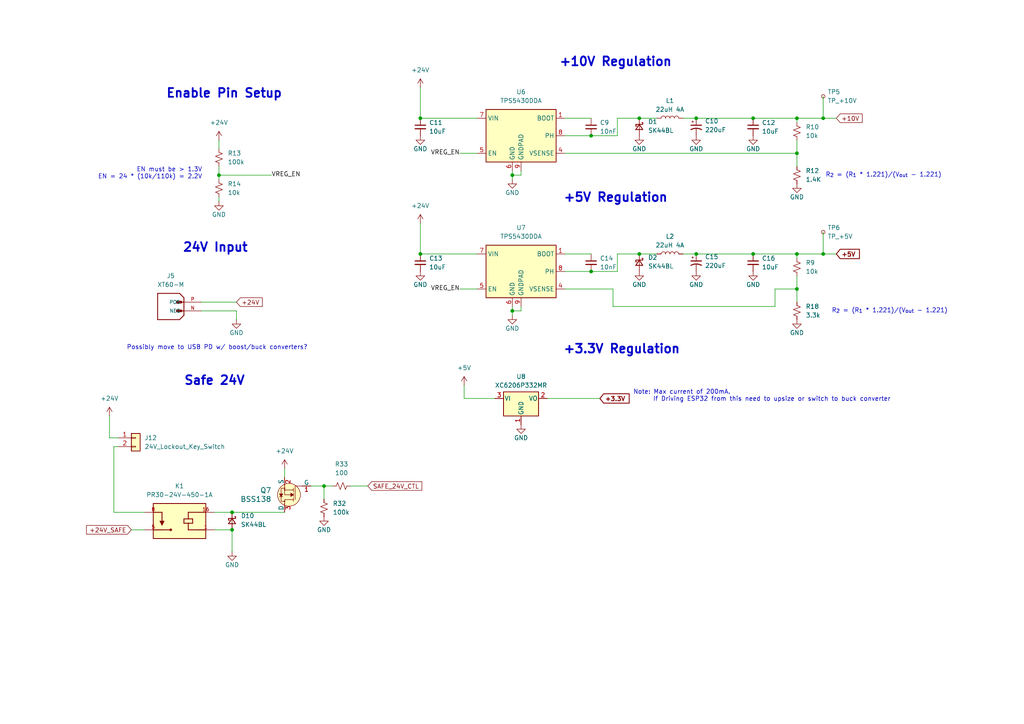
<source format=kicad_sch>
(kicad_sch (version 20250114) (generator "eeschema") (generator_version "9.0")
  (paper "A4")
  (title_block (title "Power Distribution") (rev "0.1.0") (company "Queen's Rocket Engineering Team"))
  (lib_symbols
    (symbol "Connector:TestPoint_Small" (pin_numbers (hide yes)) (pin_names (offset 0.762) (hide yes))
      (property "Reference" "TP" (at 0 3.81 0))
      (property "Value" "TestPoint_Small" (at 0 2.032 0))
      (symbol "TestPoint_Small_0_1"
        (circle (center 0 0) (radius 0.508))
      )
      (symbol "TestPoint_Small_1_1"
        (pin passive line (at 0 0 90) (length 0) (name "1") (number "1"))
      )
    )
    (symbol "Connector_Generic:Conn_01x02" (pin_names (offset 1.016) (hide yes))
      (property "Reference" "J" (at 0 2.54 0))
      (property "Value" "Conn_01x02" (at 0 -5.08 0))
      (symbol "Conn_01x02_1_1"
        (rectangle (start -1.27 1.27) (end 1.27 -3.81) (stroke (width 0.254)) (fill (type background)))
        (rectangle (start -1.27 0.127) (end 0 -0.127) (stroke (width 0.1524)))
        (rectangle (start -1.27 -2.413) (end 0 -2.667) (stroke (width 0.1524)))
        (pin passive line (at -5.08 0 0) (length 3.81) (name "Pin_1") (number "1"))
        (pin passive line (at -5.08 -2.54 0) (length 3.81) (name "Pin_2") (number "2"))
      )
    )
    (symbol "Device:C_Polarized_Small_US" (pin_numbers (hide yes)) (pin_names (offset 0.254) (hide yes))
      (property "Reference" "C" (at 0.254 1.778 0))
      (property "Value" "C_Polarized_Small_US" (at 0.254 -2.032 0))
      (symbol "C_Polarized_Small_US_0_1"
        (polyline (pts (xy -1.524 0.508) (xy 1.524 0.508)) (stroke (width 0.3048)))
        (polyline (pts (xy -1.27 1.524) (xy -0.762 1.524)))
        (polyline (pts (xy -1.016 1.27) (xy -1.016 1.778)))
        (arc (start -1.524 -0.762) (mid 0 -0.3734) (end 1.524 -0.762) (stroke (width 0.3048)))
      )
      (symbol "C_Polarized_Small_US_1_1"
        (pin passive line (at 0 2.54 270) (length 2.032) (name "~") (number "1"))
        (pin passive line (at 0 -2.54 90) (length 2.032) (name "~") (number "2"))
      )
    )
    (symbol "Device:C_Small" (pin_numbers (hide yes)) (pin_names (offset 0.254) (hide yes))
      (property "Reference" "C" (at 0.254 1.778 0))
      (property "Value" "C_Small" (at 0.254 -2.032 0))
      (symbol "C_Small_0_1"
        (polyline (pts (xy -1.524 0.508) (xy 1.524 0.508)) (stroke (width 0.3048)))
        (polyline (pts (xy -1.524 -0.508) (xy 1.524 -0.508)) (stroke (width 0.3302)))
      )
      (symbol "C_Small_1_1"
        (pin passive line (at 0 2.54 270) (length 2.032) (name "~") (number "1"))
        (pin passive line (at 0 -2.54 90) (length 2.032) (name "~") (number "2"))
      )
    )
    (symbol "Device:D_Schottky_Small" (pin_numbers (hide yes)) (pin_names (offset 0.254) (hide yes))
      (property "Reference" "D" (at -1.27 2.032 0))
      (property "Value" "D_Schottky_Small" (at -7.112 -2.032 0))
      (symbol "D_Schottky_Small_0_1"
        (polyline (pts (xy -1.27 0.762) (xy -1.27 1.016) (xy -0.762 1.016) (xy -0.762 -1.016) (xy -0.254 -1.016) (xy -0.254 -0.762)) (stroke (width 0.254)))
        (polyline (pts (xy -0.762 0) (xy 0.762 0)))
        (polyline (pts (xy 0.762 -1.016) (xy -0.762 0) (xy 0.762 1.016) (xy 0.762 -1.016)) (stroke (width 0.254)))
      )
      (symbol "D_Schottky_Small_1_1"
        (pin passive line (at -2.54 0 0) (length 1.778) (name "K") (number "1"))
        (pin passive line (at 2.54 0 180) (length 1.778) (name "A") (number "2"))
      )
    )
    (symbol "Device:L" (pin_numbers (hide yes)) (pin_names (offset 1.016) (hide yes))
      (property "Reference" "L" (at -1.27 0 90))
      (property "Value" "L" (at 1.905 0 90))
      (symbol "L_0_1"
        (arc (start 0 2.54) (mid 0.6323 1.905) (end 0 1.27))
        (arc (start 0 1.27) (mid 0.6323 0.635) (end 0 0))
        (arc (start 0 0) (mid 0.6323 -0.635) (end 0 -1.27))
        (arc (start 0 -1.27) (mid 0.6323 -1.905) (end 0 -2.54))
      )
      (symbol "L_1_1"
        (pin passive line (at 0 3.81 270) (length 1.27) (name "1") (number "1"))
        (pin passive line (at 0 -3.81 90) (length 1.27) (name "2") (number "2"))
      )
    )
    (symbol "Device:R_Small_US" (pin_numbers (hide yes)) (pin_names (offset 0.254) (hide yes))
      (property "Reference" "R" (at 0.762 0.508 0))
      (property "Value" "R_Small_US" (at 0.762 -1.016 0))
      (symbol "R_Small_US_1_1"
        (polyline (pts (xy 0 1.524) (xy 1.016 1.143) (xy 0 0.762) (xy -1.016 0.381) (xy 0 0)))
        (polyline (pts (xy 0 0) (xy 1.016 -0.381) (xy 0 -0.762) (xy -1.016 -1.143) (xy 0 -1.524)))
        (pin passive line (at 0 2.54 270) (length 1.016) (name "~") (number "1"))
        (pin passive line (at 0 -2.54 90) (length 1.016) (name "~") (number "2"))
      )
    )
    (symbol "PR30-24V-450-1A:PR30-24V-450-1A" (pin_names (offset 1.016))
      (property "Reference" "K" (at -7.62 6.35 0))
      (property "Value" "PR30-24V-450-1A" (at -7.62 -7.62 0))
      (symbol "PR30-24V-450-1A_0_0"
        (polyline (pts (xy -7.62 2.54) (xy -2.54 2.54)) (stroke (width 0.254)))
        (polyline (pts (xy -7.62 -2.54) (xy -2.54 -2.54)) (stroke (width 0.254)))
        (rectangle (start -7.62 -5.08) (end 7.62 5.08) (stroke (width 0.254)) (fill (type background)))
        (polyline (pts (xy -3.81 0.635) (xy -2.54 0.635)) (stroke (width 0.254)))
        (polyline (pts (xy -3.81 -0.635) (xy -3.81 0.635)) (stroke (width 0.254)))
        (polyline (pts (xy -2.54 2.54) (xy -2.54 0.635)) (stroke (width 0.254)))
        (polyline (pts (xy -2.54 0.635) (xy -1.27 0.635)) (stroke (width 0.254)))
        (polyline (pts (xy -2.54 -0.635) (xy -3.81 -0.635)) (stroke (width 0.254)))
        (polyline (pts (xy -2.54 -0.635) (xy -2.54 -2.54)) (stroke (width 0.254)))
        (polyline (pts (xy -1.27 0.635) (xy -1.27 -0.635)) (stroke (width 0.254)))
        (polyline (pts (xy -1.27 -0.635) (xy -2.54 -0.635)) (stroke (width 0.254)))
        (circle (center 2.54 2.54) (radius 0.254) (stroke (width 0.254)))
        (polyline (pts (xy 4.445 0) (xy 5.715 0) (xy 5.08 1.27) (xy 4.445 0)) (stroke (width 0.1524)) (fill (type outline)))
        (polyline (pts (xy 5.08 -2.54) (xy 5.08 0)) (stroke (width 0.254)))
        (polyline (pts (xy 7.62 2.54) (xy 2.54 2.54)) (stroke (width 0.254)))
        (polyline (pts (xy 7.62 -2.54) (xy 5.08 -2.54)) (stroke (width 0.254)))
        (pin passive line (at -10.16 2.54 0) (length 5.08) (name "~") (number "1"))
        (pin passive line (at -10.16 -2.54 0) (length 5.08) (name "~") (number "16"))
        (pin passive line (at 10.16 2.54 180) (length 5.08) (name "~") (number "5"))
        (pin passive line (at 10.16 -2.54 180) (length 5.08) (name "~") (number "8"))
      )
    )
    (symbol "Regulator_Linear:XC6206PxxxMR" (pin_names (offset 0.254))
      (property "Reference" "U" (at -3.81 3.175 0))
      (property "Value" "XC6206PxxxMR" (at 0 3.175 0))
      (symbol "XC6206PxxxMR_0_1"
        (rectangle (start -5.08 1.905) (end 5.08 -5.08) (stroke (width 0.254)) (fill (type background)))
      )
      (symbol "XC6206PxxxMR_1_1"
        (pin power_in line (at -7.62 0 0) (length 2.54) (name "VI") (number "3"))
        (pin power_in line (at 0 -7.62 90) (length 2.54) (name "GND") (number "1"))
        (pin power_out line (at 7.62 0 180) (length 2.54) (name "VO") (number "2"))
      )
    )
    (symbol "Regulator_Switching:TPS5430DDA"
      (property "Reference" "U" (at -10.16 8.89 0))
      (property "Value" "TPS5430DDA" (at -1.27 8.89 0))
      (symbol "TPS5430DDA_0_1"
        (rectangle (start -10.16 7.62) (end 10.16 -7.62) (stroke (width 0.254)) (fill (type background)))
      )
      (symbol "TPS5430DDA_1_1"
        (pin power_in line (at -12.7 5.08 0) (length 2.54) (name "VIN") (number "7"))
        (pin input line (at -12.7 -5.08 0) (length 2.54) (name "EN") (number "5"))
        (pin no_connect line (at -10.16 2.54 0) (length 2.54) (hide yes) (name "NC") (number "2"))
        (pin no_connect line (at -10.16 -2.54 0) (length 2.54) (hide yes) (name "NC") (number "3"))
        (pin power_in line (at -2.54 -10.16 90) (length 2.54) (name "GND") (number "6"))
        (pin power_in line (at 0 -10.16 90) (length 2.54) (name "GNDPAD") (number "9"))
        (pin input line (at 12.7 5.08 180) (length 2.54) (name "BOOT") (number "1"))
        (pin output line (at 12.7 0 180) (length 2.54) (name "PH") (number "8"))
        (pin input line (at 12.7 -5.08 180) (length 2.54) (name "VSENSE") (number "4"))
      )
    )
    (symbol "XT60-M:XT60-M" (pin_names (offset 1.016))
      (property "Reference" "J" (at 0 6.35 0))
      (property "Value" "XT60-M" (at 0 -5.08 0))
      (symbol "XT60-M_0_0"
        (polyline (pts (xy 0 3.81) (xy 0 2.54)) (stroke (width 0.254)))
        (polyline (pts (xy 0 3.81) (xy 1.27 5.08)) (stroke (width 0.254)))
        (polyline (pts (xy 0 2.54) (xy 0 -1.27)) (stroke (width 0.254)))
        (polyline (pts (xy 0 2.54) (xy 1.905 2.54)) (stroke (width 0.254)))
        (polyline (pts (xy 0 0) (xy 1.905 0)) (stroke (width 0.254)))
        (polyline (pts (xy 0 -1.27) (xy 1.27 -2.54)) (stroke (width 0.254)))
        (rectangle (start 0.635 2.2225) (end 2.2225 2.8575) (stroke (width 0.1)) (fill (type outline)))
        (rectangle (start 0.635 -0.3175) (end 2.2225 0.3175) (stroke (width 0.1)) (fill (type outline)))
        (polyline (pts (xy 1.27 -2.54) (xy 7.62 -2.54)) (stroke (width 0.254)))
        (polyline (pts (xy 7.62 5.08) (xy 1.27 5.08)) (stroke (width 0.254)))
        (polyline (pts (xy 7.62 -2.54) (xy 7.62 5.08)) (stroke (width 0.254)))
        (pin passive line (at -5.08 2.54 0) (length 5.08) (name "POS") (number "P"))
        (pin passive line (at -5.08 0 0) (length 5.08) (name "NEG") (number "N"))
      )
    )
    (symbol "dk_Transistors-FETs-MOSFETs-Single:BSS138" (pin_names (offset 0))
      (property "Reference" "Q" (at -2.6924 3.6322 0))
      (property "Value" "BSS138" (at 3.4544 0 90))
      (symbol "BSS138_0_1"
        (polyline (pts (xy -5.08 -2.54) (xy -3.048 -2.54) (xy -3.048 1.397)))
        (circle (center -1.27 0) (radius 3.302) (fill (type background)))
        (polyline (pts (xy -0.127 -1.905) (xy 1.016 -1.905) (xy 1.016 1.397) (xy 1.016 1.905) (xy -0.127 1.905)))
        (polyline (pts (xy 0 2.54) (xy 0 1.397) (xy -2.54 1.397)))
        (circle (center 0 1.905) (radius 0.127))
        (polyline (pts (xy 0 -1.397) (xy -2.54 -1.397)))
        (circle (center 0 -1.397) (radius 0.127))
        (circle (center 0 -1.905) (radius 0.127))
        (polyline (pts (xy 0 -2.54) (xy 0 0) (xy -2.54 0)))
      )
      (symbol "BSS138_1_1"
        (polyline (pts (xy -2.54 1.905) (xy -2.54 0.889)))
        (polyline (pts (xy -2.54 0) (xy -2.54 0.508)))
        (polyline (pts (xy -2.54 0) (xy -2.54 -0.508)))
        (polyline (pts (xy -2.54 0) (xy -1.778 0.508) (xy -1.778 -0.508) (xy -2.54 0)) (fill (type outline)))
        (polyline (pts (xy -2.54 -1.397) (xy -2.54 -0.889)))
        (polyline (pts (xy -2.54 -1.397) (xy -2.54 -1.905)))
        (polyline (pts (xy 1.016 0.508) (xy 0.508 -0.254) (xy 1.524 -0.254) (xy 1.016 0.508)) (fill (type outline)))
        (polyline (pts (xy 1.524 0.508) (xy 0.508 0.508)))
        (pin bidirectional line (at -7.62 -2.54 0) (length 2.54) (name "G") (number "1"))
        (pin bidirectional line (at 0 5.08 270) (length 2.54) (name "D") (number "3"))
        (pin bidirectional line (at 0 -5.08 90) (length 2.54) (name "S") (number "2"))
      )
    )
    (symbol "power:+24V" (power) (pin_numbers (hide yes)) (pin_names (offset 0) (hide yes))
      (property "Value" "+24V" (at 0 3.556 0))
      (symbol "+24V_0_1"
        (polyline (pts (xy -0.762 1.27) (xy 0 2.54)))
        (polyline (pts (xy 0 2.54) (xy 0.762 1.27)))
        (polyline (pts (xy 0 0) (xy 0 2.54)))
      )
      (symbol "+24V_1_1"
        (pin power_in line (at 0 0 90) (length 0) (name "~") (number "1"))
      )
    )
    (symbol "power:+5V" (power) (pin_numbers (hide yes)) (pin_names (offset 0) (hide yes))
      (property "Value" "+5V" (at 0 3.556 0))
      (symbol "+5V_0_1"
        (polyline (pts (xy -0.762 1.27) (xy 0 2.54)))
        (polyline (pts (xy 0 2.54) (xy 0.762 1.27)))
        (polyline (pts (xy 0 0) (xy 0 2.54)))
      )
      (symbol "+5V_1_1"
        (pin power_in line (at 0 0 90) (length 0) (name "~") (number "1"))
      )
    )
    (symbol "power:GND" (power) (pin_numbers (hide yes)) (pin_names (offset 0) (hide yes))
      (property "Value" "GND" (at 0 -3.81 0))
      (symbol "GND_0_1"
        (polyline (pts (xy 0 0) (xy 0 -1.27) (xy 1.27 -1.27) (xy 0 -2.54) (xy -1.27 -1.27) (xy 0 -1.27)))
      )
      (symbol "GND_1_1"
        (pin power_in line (at 0 0 270) (length 0) (name "~") (number "1"))
      )
    )
  )
  (text "EN must be > 1.3V\nEN = 24 * (10k/110k) = 2.2V" (at 58.674 50.292 0) (effects (font (size 1.27 1.27)) (justify right)))
  (text "Possibly move to USB PD w/ boost/buck converters?" (at 62.992 100.838 0) (effects (font (size 1.27 1.27))))
  (text "+5V Regulation" (at 178.562 57.404 0) (effects (font (size 2.54 2.54) (thickness 0.508) (bold yes))))
  (text "R_{2} = (R_{1} * 1.221)/(V_{out} - 1.221)" (at 258.064 90.17 0) (effects (font (size 1.27 1.27))))
  (text "Note: Max current of 200mA.\n	 If Driving ESP32 from this need to upsize or switch to buck converter" (at 183.642 114.808 0) (effects (font (size 1.27 1.27) (thickness 0.1588)) (justify left)))
  (text "+3.3V Regulation" (at 180.34 101.346 0) (effects (font (size 2.54 2.54) (thickness 0.508) (bold yes))))
  (text "Enable Pin Setup" (at 65.024 27.178 0) (effects (font (size 2.54 2.54) (thickness 0.508) (bold yes))))
  (text "24V Input" (at 62.484 71.882 0) (effects (font (size 2.54 2.54) (thickness 0.508) (bold yes))))
  (text "+10V Regulation" (at 178.562 18.034 0) (effects (font (size 2.54 2.54) (thickness 0.508) (bold yes))))
  (text "R_{2} = (R_{1} * 1.221)/(V_{out} - 1.221)" (at 256.286 50.8 0) (effects (font (size 1.27 1.27))))
  (text "Safe 24V" (at 62.23 110.49 0) (effects (font (size 2.54 2.54) (thickness 0.508) (bold yes))))
  (junction (at 201.93 73.66))
  (junction (at 231.14 73.66))
  (junction (at 67.31 148.59))
  (junction (at 171.45 39.37))
  (junction (at 93.98 140.97))
  (junction (at 218.44 73.66))
  (junction (at 218.44 34.29))
  (junction (at 238.76 73.66))
  (junction (at 185.42 73.66))
  (junction (at 148.59 50.8))
  (junction (at 121.92 73.66))
  (junction (at 185.42 34.29))
  (junction (at 63.5 50.8))
  (junction (at 67.31 153.67))
  (junction (at 231.14 83.82))
  (junction (at 231.14 34.29))
  (junction (at 238.76 34.29))
  (junction (at 201.93 34.29))
  (junction (at 231.14 44.45))
  (junction (at 148.59 90.17))
  (junction (at 171.45 78.74))
  (junction (at 121.92 34.29))
  (wire (pts (xy 68.58 92.71) (xy 68.58 90.17)))
  (wire (pts (xy 148.59 50.8) (xy 151.13 50.8)))
  (wire (pts (xy 148.59 90.17) (xy 151.13 90.17)))
  (wire (pts (xy 163.83 78.74) (xy 171.45 78.74)))
  (wire (pts (xy 151.13 90.17) (xy 151.13 88.9)))
  (wire (pts (xy 148.59 50.8) (xy 148.59 49.53)))
  (wire (pts (xy 201.93 73.66) (xy 218.44 73.66)))
  (wire (pts (xy 177.8 88.9) (xy 224.79 88.9)))
  (wire (pts (xy 179.07 39.37) (xy 179.07 34.29)))
  (wire (pts (xy 238.76 73.66) (xy 242.57 73.66)))
  (wire (pts (xy 238.76 67.31) (xy 238.76 73.66)))
  (wire (pts (xy 224.79 88.9) (xy 224.79 83.82)))
  (wire (pts (xy 121.92 25.4) (xy 121.92 34.29)))
  (wire (pts (xy 93.98 140.97) (xy 93.98 144.78)))
  (wire (pts (xy 121.92 73.66) (xy 138.43 73.66)))
  (wire (pts (xy 185.42 73.66) (xy 190.5 73.66)))
  (wire (pts (xy 63.5 50.8) (xy 63.5 52.07)))
  (wire (pts (xy 33.02 148.59) (xy 41.91 148.59)))
  (wire (pts (xy 177.8 83.82) (xy 177.8 88.9)))
  (wire (pts (xy 138.43 83.82) (xy 133.35 83.82)))
  (wire (pts (xy 231.14 44.45) (xy 231.14 48.26)))
  (wire (pts (xy 62.23 153.67) (xy 67.31 153.67)))
  (wire (pts (xy 171.45 39.37) (xy 179.07 39.37)))
  (wire (pts (xy 163.83 83.82) (xy 177.8 83.82)))
  (wire (pts (xy 185.42 34.29) (xy 190.5 34.29)))
  (wire (pts (xy 179.07 78.74) (xy 179.07 73.66)))
  (wire (pts (xy 38.1 153.67) (xy 41.91 153.67)))
  (wire (pts (xy 67.31 148.59) (xy 82.55 148.59)))
  (wire (pts (xy 67.31 153.67) (xy 67.31 160.02)))
  (wire (pts (xy 121.92 64.77) (xy 121.92 73.66)))
  (wire (pts (xy 231.14 35.56) (xy 231.14 34.29)))
  (wire (pts (xy 163.83 73.66) (xy 171.45 73.66)))
  (wire (pts (xy 231.14 74.93) (xy 231.14 73.66)))
  (wire (pts (xy 179.07 73.66) (xy 185.42 73.66)))
  (wire (pts (xy 121.92 34.29) (xy 138.43 34.29)))
  (wire (pts (xy 58.42 87.63) (xy 68.58 87.63)))
  (wire (pts (xy 134.62 111.76) (xy 134.62 115.57)))
  (wire (pts (xy 218.44 34.29) (xy 231.14 34.29)))
  (wire (pts (xy 138.43 44.45) (xy 133.35 44.45)))
  (wire (pts (xy 231.14 83.82) (xy 231.14 87.63)))
  (wire (pts (xy 198.12 34.29) (xy 201.93 34.29)))
  (wire (pts (xy 63.5 48.26) (xy 63.5 50.8)))
  (wire (pts (xy 231.14 34.29) (xy 238.76 34.29)))
  (wire (pts (xy 158.75 115.57) (xy 173.99 115.57)))
  (wire (pts (xy 93.98 140.97) (xy 96.52 140.97)))
  (wire (pts (xy 134.62 115.57) (xy 143.51 115.57)))
  (wire (pts (xy 201.93 34.29) (xy 218.44 34.29)))
  (wire (pts (xy 63.5 40.64) (xy 63.5 43.18)))
  (wire (pts (xy 31.75 120.65) (xy 31.75 127)))
  (wire (pts (xy 90.17 140.97) (xy 93.98 140.97)))
  (wire (pts (xy 82.55 135.89) (xy 82.55 138.43)))
  (wire (pts (xy 62.23 148.59) (xy 67.31 148.59)))
  (wire (pts (xy 231.14 80.01) (xy 231.14 83.82)))
  (wire (pts (xy 179.07 34.29) (xy 185.42 34.29)))
  (wire (pts (xy 231.14 40.64) (xy 231.14 44.45)))
  (wire (pts (xy 171.45 78.74) (xy 179.07 78.74)))
  (wire (pts (xy 63.5 57.15) (xy 63.5 58.42)))
  (wire (pts (xy 163.83 39.37) (xy 171.45 39.37)))
  (wire (pts (xy 148.59 50.8) (xy 148.59 52.07)))
  (wire (pts (xy 238.76 34.29) (xy 242.57 34.29)))
  (wire (pts (xy 63.5 50.8) (xy 78.74 50.8)))
  (wire (pts (xy 33.02 148.59) (xy 33.02 129.54)))
  (wire (pts (xy 218.44 73.66) (xy 231.14 73.66)))
  (wire (pts (xy 33.02 129.54) (xy 34.29 129.54)))
  (wire (pts (xy 231.14 73.66) (xy 238.76 73.66)))
  (wire (pts (xy 101.6 140.97) (xy 106.68 140.97)))
  (wire (pts (xy 151.13 50.8) (xy 151.13 49.53)))
  (wire (pts (xy 148.59 90.17) (xy 148.59 91.44)))
  (wire (pts (xy 68.58 90.17) (xy 58.42 90.17)))
  (wire (pts (xy 198.12 73.66) (xy 201.93 73.66)))
  (wire (pts (xy 224.79 83.82) (xy 231.14 83.82)))
  (wire (pts (xy 163.83 44.45) (xy 231.14 44.45)))
  (wire (pts (xy 31.75 127) (xy 34.29 127)))
  (wire (pts (xy 148.59 90.17) (xy 148.59 88.9)))
  (wire (pts (xy 238.76 27.94) (xy 238.76 34.29)))
  (wire (pts (xy 163.83 34.29) (xy 171.45 34.29)))
  (label "VREG_EN" (at 78.74 50.8 0))
  (label "VREG_EN" (at 133.35 83.82 180))
  (label "VREG_EN" (at 133.35 44.45 180))
  (global_label "+5V" (shape input) (at 242.57 73.66 0) (effects (font (thickness 0.254) (bold yes))) (property "Intersheetrefs" "${INTERSHEET_REFS}" (effects (hide yes))))
  (global_label "SAFE_24V_CTL" (shape input) (at 106.68 140.97 0) (property "Intersheetrefs" "${INTERSHEET_REFS}" (effects (hide yes))))
  (global_label "+3.3V" (shape input) (at 173.99 115.57 0) (effects (font (thickness 0.254) (bold yes))) (property "Intersheetrefs" "${INTERSHEET_REFS}" (effects (hide yes))))
  (global_label "+10V" (shape input) (at 242.57 34.29 0) (property "Intersheetrefs" "${INTERSHEET_REFS}" (effects (hide yes))))
  (global_label "+24V_SAFE" (shape input) (at 38.1 153.67 180) (property "Intersheetrefs" "${INTERSHEET_REFS}" (effects (hide yes))))
  (global_label "+24V" (shape input) (at 68.58 87.63 0) (property "Intersheetrefs" "${INTERSHEET_REFS}" (effects (hide yes))))
  (symbol (lib_id "power:+24V") (at 121.92 25.4 0) (unit 1)
    (property "Reference" "#PWR038" (effects (hide yes)))
    (property "Value" "+24V" (at 121.92 20.32 0))
    (property "Description" "Power symbol creates a global label with name \"+24V\"" (effects (hide yes)))
  )
  (symbol (lib_id "power:GND") (at 121.92 78.74 0) (unit 1)
    (property "Reference" "#PWR047" (effects (hide yes)))
    (property "Value" "GND" (at 121.92 82.55 0))
    (property "Description" "Power symbol creates a global label with name \"GND\" , ground" (effects (hide yes)))
  )
  (symbol (lib_id "Device:R_Small_US") (at 231.14 38.1 0) (unit 1)
    (property "Reference" "R10" (at 233.68 36.8299 0) (effects (justify left)))
    (property "Value" "10k" (at 233.68 39.3699 0) (effects (justify left)))
    (property "Footprint" "Resistor_SMD:R_0402_1005Metric" (effects (hide yes)))
    (property "Description" "Resistor, small US symbol" (effects (hide yes)))
    (property "LCSC" "C25531" (effects (hide yes)))
    (property "MPN" "0402WGJ0103TCE" (effects (hide yes)))
  )
  (symbol (lib_id "Device:R_Small_US") (at 63.5 45.72 0) (unit 1)
    (property "Reference" "R13" (at 66.04 44.4499 0) (effects (justify left)))
    (property "Value" "100k" (at 66.04 46.9899 0) (effects (justify left)))
    (property "Footprint" "Resistor_SMD:R_0402_1005Metric" (effects (hide yes)))
    (property "Description" "Resistor, small US symbol" (effects (hide yes)))
    (property "MPN" "0402WGJ0104TCE" (effects (hide yes)))
    (property "LCSC" "C25530" (effects (hide yes)))
  )
  (symbol (lib_id "Device:R_Small_US") (at 99.06 140.97 90) (unit 1)
    (property "Reference" "R33" (at 99.06 134.62 90))
    (property "Value" "100" (at 99.06 137.16 90))
    (property "Footprint" "Resistor_SMD:R_0402_1005Metric" (effects (hide yes)))
    (property "Description" "Resistor, small US symbol" (effects (hide yes)))
    (property "MPN" "0402WGF1000TCE" (effects (hide yes)))
    (property "LCSC" "C25076" (effects (hide yes)))
  )
  (symbol (lib_id "Device:D_Schottky_Small") (at 67.31 151.13 270) (unit 1)
    (property "Reference" "D10" (at 69.85 149.6059 90) (effects (justify left)))
    (property "Value" "SK44BL" (at 69.85 152.1459 90) (effects (justify left)))
    (property "Footprint" "Diode_SMD:D_SMB" (effects (hide yes)))
    (property "Description" "Schottky diode, small symbol" (effects (hide yes)))
    (property "MPN" "SK44BL-TP" (effects (hide yes)))
    (property "LCSC" "C151740" (effects (hide yes)))
  )
  (symbol (lib_id "power:GND") (at 121.92 39.37 0) (unit 1)
    (property "Reference" "#PWR043" (effects (hide yes)))
    (property "Value" "GND" (at 121.92 43.18 0))
    (property "Description" "Power symbol creates a global label with name \"GND\" , ground" (effects (hide yes)))
  )
  (symbol (lib_id "power:GND") (at 68.58 92.71 0) (unit 1)
    (property "Reference" "#PWR056" (effects (hide yes)))
    (property "Value" "GND" (at 68.58 96.52 0))
    (property "Description" "Power symbol creates a global label with name \"GND\" , ground" (effects (hide yes)))
  )
  (symbol (lib_id "power:GND") (at 63.5 58.42 0) (unit 1)
    (property "Reference" "#PWR045" (effects (hide yes)))
    (property "Value" "GND" (at 63.5 62.23 0))
    (property "Description" "Power symbol creates a global label with name \"GND\" , ground" (effects (hide yes)))
  )
  (symbol (lib_id "Regulator_Linear:XC6206PxxxMR") (at 151.13 115.57 0) (unit 1)
    (property "Reference" "U8" (at 151.13 109.22 0))
    (property "Value" "XC6206P332MR" (at 151.13 111.76 0))
    (property "Footprint" "Package_TO_SOT_SMD:SOT-23-3" (effects (hide yes)))
    (property "Datasheet" "https://www.torexsemi.com/file/xc6206/XC6206.pdf" (effects (hide yes)))
    (property "Description" "Positive 60-250mA Low Dropout Regulator, Fixed Output, SOT-23" (effects (hide yes)))
    (property "LCSC" "C5446" (effects (hide yes)))
  )
  (symbol (lib_id "Regulator_Switching:TPS5430DDA") (at 151.13 39.37 0) (unit 1)
    (property "Reference" "U6" (at 151.13 26.67 0))
    (property "Value" "TPS5430DDA" (at 151.13 29.21 0))
    (property "Footprint" "Package_SO:TI_SO-PowerPAD-8_ThermalVias" (effects (hide yes)))
    (property "Datasheet" "http://www.ti.com/lit/ds/symlink/tps5430.pdf" (effects (hide yes)))
    (property "Description" "3A, Step Down Swift Converter, Adjustable Output Voltage, 5.5-36V Input Voltage, PowerSO-8" (effects (hide yes)))
    (property "LCSC" "C9864" (effects (hide yes)))
  )
  (symbol (lib_id "Connector_Generic:Conn_01x02") (at 39.37 127 0) (unit 1)
    (property "Reference" "J12" (at 41.91 126.9999 0) (effects (justify left)))
    (property "Value" "24V_Lockout_Key_Switch" (at 41.91 129.5399 0) (effects (justify left)))
    (property "Footprint" "Connector_JST:JST_XH_B2B-XH-A_1x02_P2.50mm_Vertical" (effects (hide yes)))
    (property "Description" "Generic connector, single row, 01x02, script generated (kicad-library-utils/schlib/autogen/connector/)" (effects (hide yes)))
    (property "MPN" "XH-2A" (effects (hide yes)))
    (property "LCSC" "C20079" (effects (hide yes)))
  )
  (symbol (lib_id "Device:L") (at 194.31 34.29 90) (unit 1)
    (property "Reference" "L1" (at 194.31 29.21 90))
    (property "Value" "22uH 4A" (at 194.31 31.75 90))
    (property "Footprint" "Inductor_SMD:L_12.5x12.5mm_SXNSMDRS1275" (effects (hide yes)))
    (property "Datasheet" "kicad-embed://SMDRSXXXX.pdf" (effects (hide yes)))
    (property "Description" "Inductor" (effects (hide yes)))
    (property "P/N" "SMDRS1275-220N" (effects (hide yes)))
    (property "MFG" "SXN(Shun Xiang Nuo Elec)" (effects (hide yes)))
    (property "DCR" "26mΩ" (effects (hide yes)))
    (property "Isat" "4A" (effects (hide yes)))
    (property "Irated" "4A" (effects (hide yes)))
    (property "LCSC" "C163684" (effects (hide yes)))
  )
  (symbol (lib_id "power:GND") (at 231.14 53.34 0) (unit 1)
    (property "Reference" "#PWR039" (effects (hide yes)))
    (property "Value" "GND" (at 231.14 57.15 0))
    (property "Description" "Power symbol creates a global label with name \"GND\" , ground" (effects (hide yes)))
  )
  (symbol (lib_id "Device:R_Small_US") (at 231.14 77.47 0) (unit 1)
    (property "Reference" "R9" (at 233.68 76.1999 0) (effects (justify left)))
    (property "Value" "10k" (at 233.68 78.7399 0) (effects (justify left)))
    (property "Footprint" "Resistor_SMD:R_0402_1005Metric" (effects (hide yes)))
    (property "Description" "Resistor, small US symbol" (effects (hide yes)))
    (property "LCSC" "C25531" (effects (hide yes)))
    (property "MPN" "0402WGJ0103TCE" (effects (hide yes)))
  )
  (symbol (lib_id "power:GND") (at 201.93 39.37 0) (unit 1)
    (property "Reference" "#PWR040" (effects (hide yes)))
    (property "Value" "GND" (at 201.93 43.18 0))
    (property "Description" "Power symbol creates a global label with name \"GND\" , ground" (effects (hide yes)))
  )
  (symbol (lib_id "power:GND") (at 93.98 149.86 0) (unit 1)
    (property "Reference" "#PWR088" (effects (hide yes)))
    (property "Value" "GND" (at 93.98 153.67 0))
    (property "Description" "Power symbol creates a global label with name \"GND\" , ground" (effects (hide yes)))
  )
  (symbol (lib_id "Device:R_Small_US") (at 231.14 90.17 0) (unit 1)
    (property "Reference" "R18" (at 233.68 88.8999 0) (effects (justify left)))
    (property "Value" "3.3k" (at 233.68 91.4399 0) (effects (justify left)))
    (property "Footprint" "Resistor_SMD:R_0402_1005Metric" (effects (hide yes)))
    (property "Description" "Resistor, small US symbol" (effects (hide yes)))
    (property "MPN" "0402WGF3301TCE" (effects (hide yes)))
    (property "LCSC" "C25890" (effects (hide yes)))
  )
  (symbol (lib_id "power:GND") (at 231.14 92.71 0) (unit 1)
    (property "Reference" "#PWR053" (effects (hide yes)))
    (property "Value" "GND" (at 231.14 96.52 0))
    (property "Description" "Power symbol creates a global label with name \"GND\" , ground" (effects (hide yes)))
  )
  (symbol (lib_id "Device:C_Small") (at 218.44 36.83 0) (unit 1)
    (property "Reference" "C12" (at 220.98 35.5662 0) (effects (justify left)))
    (property "Value" "10uF" (at 220.98 38.1062 0) (effects (justify left)))
    (property "Footprint" "Capacitor_SMD:C_1206_3216Metric" (effects (hide yes)))
    (property "Description" "Unpolarized capacitor, small symbol" (effects (hide yes)))
    (property "Voltage" "50V" (effects (hide yes)))
    (property "Dielectric" "X5R or X7R" (effects (hide yes)))
    (property "P/N" "CL31A106KBHNNNE" (effects (hide yes)))
    (property "LCSC" "C13585" (effects (hide yes)))
  )
  (symbol (lib_id "power:GND") (at 185.42 39.37 0) (unit 1)
    (property "Reference" "#PWR042" (effects (hide yes)))
    (property "Value" "GND" (at 185.42 43.18 0))
    (property "Description" "Power symbol creates a global label with name \"GND\" , ground" (effects (hide yes)))
  )
  (symbol (lib_id "power:GND") (at 218.44 78.74 0) (unit 1)
    (property "Reference" "#PWR052" (effects (hide yes)))
    (property "Value" "GND" (at 218.44 82.55 0))
    (property "Description" "Power symbol creates a global label with name \"GND\" , ground" (effects (hide yes)))
  )
  (symbol (lib_id "Device:C_Polarized_Small_US") (at 201.93 36.83 0) (unit 1)
    (property "Reference" "C10" (at 204.47 35.1281 0) (effects (justify left)))
    (property "Value" "220uF" (at 204.47 37.6681 0) (effects (justify left)))
    (property "Footprint" "Capacitor_SMD:CP_Elec_8x10.5" (effects (hide yes)))
    (property "Datasheet" "kicad-embed://C3340.pdf" (effects (hide yes)))
    (property "Description" "Polarized capacitor, small US symbol" (effects (hide yes)))
    (property "P/N" "RVT1V221M0810" (effects (hide yes)))
    (property "MFR" "Honor Elec" (effects (hide yes)))
    (property "LCSC" "C3340" (effects (hide yes)))
  )
  (symbol (lib_id "power:GND") (at 201.93 78.74 0) (unit 1)
    (property "Reference" "#PWR051" (effects (hide yes)))
    (property "Value" "GND" (at 201.93 82.55 0))
    (property "Description" "Power symbol creates a global label with name \"GND\" , ground" (effects (hide yes)))
  )
  (symbol (lib_id "XT60-M:XT60-M") (at 53.34 90.17 0) (mirror y) (unit 1)
    (property "Reference" "J5" (at 49.53 80.01 0))
    (property "Value" "XT60-M" (at 49.53 82.55 0))
    (property "Footprint" "XT60-M:AMASS_XT60-M" (effects (hide yes)))
    (property "MF" "AMASS" (effects (hide yes)))
    (property "MAXIMUM_PACKAGE_HEIGHT" "16.00 mm" (effects (hide yes)))
    (property "Package" "Package" (effects (hide yes)))
    (property "Price" "None" (effects (hide yes)))
    (property "Check_prices" "https://www.snapeda.com/parts/XT60-M/AMASS/view-part/?ref=eda" (effects (hide yes)))
    (property "STANDARD" "IPC 7351B" (effects (hide yes)))
    (property "PARTREV" "V1.2" (effects (hide yes)))
    (property "SnapEDA_Link" "https://www.snapeda.com/parts/XT60-M/AMASS/view-part/?ref=snap" (effects (hide yes)))
    (property "MP" "XT60-M" (effects (hide yes)))
    (property "Description_1" "Plug; DC supply; XT60; male; PIN: 2; for cable; soldered; 30A; 500V" (effects (hide yes)))
    (property "Availability" "Not in stock" (effects (hide yes)))
    (property "MANUFACTURER" "AMASS" (effects (hide yes)))
    (property "Ordering Link" "https://www.amazon.ca/XT60PW-Connector-Adapter-Battery-%EF%BC%885Pairs%EF%BC%89/dp/B09XTN9N9S" (effects (hide yes)))
  )
  (symbol (lib_id "dk_Transistors-FETs-MOSFETs-Single:BSS138") (at 82.55 143.51 180) (unit 1)
    (property "Reference" "Q7" (at 78.74 142.2399 0) (effects (font (size 1.524 1.524)) (justify left)))
    (property "Value" "BSS138" (at 78.74 144.7799 0) (effects (font (size 1.524 1.524)) (justify left)))
    (property "Footprint" "Package_TO_SOT_SMD:SOT-23-3" (effects (hide yes)))
    (property "Datasheet" "https://www.onsemi.com/pub/Collateral/BSS138-D.PDF" (effects (hide yes)))
    (property "Description" "MOSFET N-CH 50V 220MA SOT-23" (effects (hide yes)))
    (property "MPN" "BSS138" (effects (hide yes)))
    (property "LCSC" "C8490" (effects (hide yes)))
    (property "Category" "Discrete Semiconductor Products" (effects (hide yes)))
    (property "Family" "Transistors - FETs, MOSFETs - Single" (effects (hide yes)))
    (property "DK_Datasheet_Link" "https://www.onsemi.com/pub/Collateral/BSS138-D.PDF" (effects (hide yes)))
    (property "DK_Detail_Page" "/product-detail/en/on-semiconductor/BSS138/BSS138CT-ND/244294" (effects (hide yes)))
    (property "Description_1" "MOSFET N-CH 50V 220MA SOT-23" (effects (hide yes)))
    (property "Manufacturer" "ON Semiconductor" (effects (hide yes)))
    (property "Status" "Active" (effects (hide yes)))
  )
  (symbol (lib_id "Device:D_Schottky_Small") (at 185.42 76.2 270) (unit 1)
    (property "Reference" "D2" (at 187.96 74.6759 90) (effects (justify left)))
    (property "Value" "SK44BL" (at 187.96 77.2159 90) (effects (justify left)))
    (property "Description" "Schottky diode, small symbol" (effects (hide yes)))
    (property "MPN" "SK44BL-TP" (effects (hide yes)))
    (property "LCSC" "C151740" (effects (hide yes)))
  )
  (symbol (lib_id "power:GND") (at 185.42 78.74 0) (unit 1)
    (property "Reference" "#PWR050" (effects (hide yes)))
    (property "Value" "GND" (at 185.42 82.55 0))
    (property "Description" "Power symbol creates a global label with name \"GND\" , ground" (effects (hide yes)))
  )
  (symbol (lib_id "Device:C_Small") (at 121.92 36.83 0) (unit 1)
    (property "Reference" "C11" (at 124.46 35.5662 0) (effects (justify left)))
    (property "Value" "10uF" (at 124.46 38.1062 0) (effects (justify left)))
    (property "Footprint" "Capacitor_SMD:C_1206_3216Metric" (effects (hide yes)))
    (property "Description" "Unpolarized capacitor, small symbol" (effects (hide yes)))
    (property "Voltage" "50V" (effects (hide yes)))
    (property "Dielectric" "X5R or X7R" (effects (hide yes)))
    (property "P/N" "CL31A106KBHNNNE" (effects (hide yes)))
    (property "LCSC" "C13585" (effects (hide yes)))
  )
  (symbol (lib_id "Connector:TestPoint_Small") (at 238.76 67.31 0) (unit 1)
    (property "Reference" "TP6" (at 240.03 66.0399 0) (effects (justify left)))
    (property "Value" "TP_+5V" (at 240.03 68.5799 0) (effects (justify left)))
    (property "Footprint" "TestPoint:TestPoint_Pad_D2.0mm" (effects (hide yes)))
    (property "Description" "test point" (effects (hide yes)))
  )
  (symbol (lib_id "Device:L") (at 194.31 73.66 90) (unit 1)
    (property "Reference" "L2" (at 194.31 68.58 90))
    (property "Value" "22uH 4A" (at 194.31 71.12 90))
    (property "Footprint" "Inductor_SMD:L_12.5x12.5mm_SXNSMDRS1275" (effects (hide yes)))
    (property "Datasheet" "kicad-embed://SMDRSXXXX.pdf" (effects (hide yes)))
    (property "Description" "Inductor" (effects (hide yes)))
    (property "P/N" "SMDRS1275-220N" (effects (hide yes)))
    (property "MFG" "SXN(Shun Xiang Nuo Elec)" (effects (hide yes)))
    (property "DCR" "26mΩ" (effects (hide yes)))
    (property "Isat" "4A" (effects (hide yes)))
    (property "Irated" "4A" (effects (hide yes)))
    (property "LCSC" "C163684" (effects (hide yes)))
  )
  (symbol (lib_id "Connector:TestPoint_Small") (at 238.76 27.94 0) (unit 1)
    (property "Reference" "TP5" (at 240.03 26.6699 0) (effects (justify left)))
    (property "Value" "TP_+10V" (at 240.03 29.2099 0) (effects (justify left)))
    (property "Footprint" "TestPoint:TestPoint_Pad_D2.0mm" (effects (hide yes)))
    (property "Description" "test point" (effects (hide yes)))
  )
  (symbol (lib_id "Device:R_Small_US") (at 63.5 54.61 0) (unit 1)
    (property "Reference" "R14" (at 66.04 53.3399 0) (effects (justify left)))
    (property "Value" "10k" (at 66.04 55.8799 0) (effects (justify left)))
    (property "Footprint" "Resistor_SMD:R_0201_0603Metric" (effects (hide yes)))
    (property "Description" "Resistor, small US symbol" (effects (hide yes)))
    (property "MPN" "0603WAJ0103T5E" (effects (hide yes)))
    (property "LCSC" "C15401" (effects (hide yes)))
  )
  (symbol (lib_id "power:+24V") (at 121.92 64.77 0) (unit 1)
    (property "Reference" "#PWR046" (effects (hide yes)))
    (property "Value" "+24V" (at 121.92 59.69 0))
    (property "Description" "Power symbol creates a global label with name \"+24V\"" (effects (hide yes)))
  )
  (symbol (lib_id "Regulator_Switching:TPS5430DDA") (at 151.13 78.74 0) (unit 1)
    (property "Reference" "U7" (at 151.13 66.04 0))
    (property "Value" "TPS5430DDA" (at 151.13 68.58 0))
    (property "Footprint" "Package_SO:TI_SO-PowerPAD-8_ThermalVias" (effects (hide yes)))
    (property "Datasheet" "http://www.ti.com/lit/ds/symlink/tps5430.pdf" (effects (hide yes)))
    (property "Description" "3A, Step Down Swift Converter, Adjustable Output Voltage, 5.5-36V Input Voltage, PowerSO-8" (effects (hide yes)))
    (property "LCSC" "C9864" (effects (hide yes)))
  )
  (symbol (lib_id "power:GND") (at 151.13 123.19 0) (unit 1)
    (property "Reference" "#PWR055" (effects (hide yes)))
    (property "Value" "GND" (at 151.13 127 0))
    (property "Description" "Power symbol creates a global label with name \"GND\" , ground" (effects (hide yes)))
  )
  (symbol (lib_id "Device:C_Small") (at 171.45 36.83 0) (unit 1)
    (property "Reference" "C9" (at 173.99 35.5662 0) (effects (justify left)))
    (property "Value" "10nF" (at 173.99 38.1062 0) (effects (justify left)))
    (property "Footprint" "Capacitor_SMD:C_0402_1005Metric" (effects (hide yes)))
    (property "Description" "Unpolarized capacitor, small symbol" (effects (hide yes)))
    (property "MPN" "0402B103K500NT" (effects (hide yes)))
    (property "LCSC" "C1524" (effects (hide yes)))
  )
  (symbol (lib_id "Device:R_Small_US") (at 231.14 50.8 0) (unit 1)
    (property "Reference" "R12" (at 233.68 49.5299 0) (effects (justify left)))
    (property "Value" "1.4K" (at 233.68 52.0699 0) (effects (justify left)))
    (property "Footprint" "Resistor_SMD:R_0402_1005Metric" (effects (hide yes)))
    (property "Description" "Resistor, small US symbol" (effects (hide yes)))
    (property "MPN" "0402WGF1401TCE" (effects (hide yes)))
    (property "LCSC" "C39650" (effects (hide yes)))
  )
  (symbol (lib_id "Device:C_Small") (at 121.92 76.2 0) (unit 1)
    (property "Reference" "C13" (at 124.46 74.9362 0) (effects (justify left)))
    (property "Value" "10uF" (at 124.46 77.4762 0) (effects (justify left)))
    (property "Footprint" "Capacitor_SMD:C_1206_3216Metric" (effects (hide yes)))
    (property "Description" "Unpolarized capacitor, small symbol" (effects (hide yes)))
    (property "Voltage" "50V" (effects (hide yes)))
    (property "Dielectric" "X5R or X7R" (effects (hide yes)))
    (property "P/N" "CL31A106KBHNNNE" (effects (hide yes)))
    (property "LCSC" "C13585" (effects (hide yes)))
  )
  (symbol (lib_id "Device:C_Polarized_Small_US") (at 201.93 76.2 0) (unit 1)
    (property "Reference" "C15" (at 204.47 74.4981 0) (effects (justify left)))
    (property "Value" "220uF" (at 204.47 77.0381 0) (effects (justify left)))
    (property "Footprint" "Capacitor_SMD:CP_Elec_8x10.5" (effects (hide yes)))
    (property "Datasheet" "kicad-embed://C3340.pdf" (effects (hide yes)))
    (property "Description" "Polarized capacitor, small US symbol" (effects (hide yes)))
    (property "P/N" "RVT1V221M0810" (effects (hide yes)))
    (property "MFR" "Honor Elec" (effects (hide yes)))
    (property "LCSC" "C3340" (effects (hide yes)))
  )
  (symbol (lib_id "power:GND") (at 218.44 39.37 0) (unit 1)
    (property "Reference" "#PWR041" (effects (hide yes)))
    (property "Value" "GND" (at 218.44 43.18 0))
    (property "Description" "Power symbol creates a global label with name \"GND\" , ground" (effects (hide yes)))
  )
  (symbol (lib_id "Device:R_Small_US") (at 93.98 147.32 0) (unit 1)
    (property "Reference" "R32" (at 96.52 146.0499 0) (effects (justify left)))
    (property "Value" "100k" (at 96.52 148.5899 0) (effects (justify left)))
    (property "Footprint" "Resistor_SMD:R_0402_1005Metric" (effects (hide yes)))
    (property "Description" "Resistor, small US symbol" (effects (hide yes)))
    (property "MPN" "0402WGJ0104TCE" (effects (hide yes)))
    (property "LCSC" "C25530" (effects (hide yes)))
  )
  (symbol (lib_id "power:+5V") (at 134.62 111.76 0) (unit 1)
    (property "Reference" "#PWR048" (effects (hide yes)))
    (property "Value" "+5V" (at 134.62 106.68 0))
    (property "Description" "Power symbol creates a global label with name \"+5V\"" (effects (hide yes)))
  )
  (symbol (lib_id "PR30-24V-450-1A:PR30-24V-450-1A") (at 52.07 151.13 180) (unit 1)
    (property "Reference" "K1" (at 52.07 140.97 0))
    (property "Value" "PR30-24V-450-1A" (at 52.07 143.51 0))
    (property "Footprint" "Solenoid Safeguard:RELAY_PR30-24V-450-1A" (effects (hide yes)))
    (property "PARTREV" "1.0" (effects (hide yes)))
    (property "MANUFACTURER" "CUI DEVICES" (effects (hide yes)))
    (property "MAXIMUM_PACKAGE_HEIGHT" "15.554 mm" (effects (hide yes)))
    (property "STANDARD" "Manufacturer Recommendations" (effects (hide yes)))
    (property "Digikey PN" "2223-PR30-24V-450-1A-ND" (effects (hide yes)))
    (property "MPN" "PR30-24V-450-1A" (effects (hide yes)))
  )
  (symbol (lib_id "power:+24V") (at 63.5 40.64 0) (unit 1)
    (property "Reference" "#PWR054" (effects (hide yes)))
    (property "Value" "+24V" (at 63.5 35.56 0))
    (property "Description" "Power symbol creates a global label with name \"+24V\"" (effects (hide yes)))
  )
  (symbol (lib_id "power:GND") (at 67.31 160.02 0) (unit 1)
    (property "Reference" "#PWR084" (effects (hide yes)))
    (property "Value" "GND" (at 67.31 163.83 0))
    (property "Description" "Power symbol creates a global label with name \"GND\" , ground" (effects (hide yes)))
  )
  (symbol (lib_id "Device:C_Small") (at 218.44 76.2 0) (unit 1)
    (property "Reference" "C16" (at 220.98 74.9362 0) (effects (justify left)))
    (property "Value" "10uF" (at 220.98 77.4762 0) (effects (justify left)))
    (property "Footprint" "Capacitor_SMD:C_1206_3216Metric" (effects (hide yes)))
    (property "Description" "Unpolarized capacitor, small symbol" (effects (hide yes)))
    (property "Voltage" "50V" (effects (hide yes)))
    (property "Dielectric" "X5R or X7R" (effects (hide yes)))
    (property "P/N" "CL31A106KBHNNNE" (effects (hide yes)))
    (property "LCSC" "C13585" (effects (hide yes)))
  )
  (symbol (lib_id "power:GND") (at 148.59 52.07 0) (unit 1)
    (property "Reference" "#PWR044" (effects (hide yes)))
    (property "Value" "GND" (at 148.59 55.88 0))
    (property "Description" "Power symbol creates a global label with name \"GND\" , ground" (effects (hide yes)))
  )
  (symbol (lib_id "Device:C_Small") (at 171.45 76.2 0) (unit 1)
    (property "Reference" "C14" (at 173.99 74.9362 0) (effects (justify left)))
    (property "Value" "10nF" (at 173.99 77.4762 0) (effects (justify left)))
    (property "Description" "Unpolarized capacitor, small symbol" (effects (hide yes)))
    (property "MPN" "0402B103K500NT" (effects (hide yes)))
    (property "LCSC" "C1524" (effects (hide yes)))
  )
  (symbol (lib_id "power:+24V") (at 31.75 120.65 0) (unit 1)
    (property "Reference" "#PWR081" (effects (hide yes)))
    (property "Value" "+24V" (at 31.75 115.57 0))
    (property "Description" "Power symbol creates a global label with name \"+24V\"" (effects (hide yes)))
  )
  (symbol (lib_id "power:GND") (at 148.59 91.44 0) (unit 1)
    (property "Reference" "#PWR049" (effects (hide yes)))
    (property "Value" "GND" (at 148.59 95.25 0))
    (property "Description" "Power symbol creates a global label with name \"GND\" , ground" (effects (hide yes)))
  )
  (symbol (lib_id "Device:D_Schottky_Small") (at 185.42 36.83 270) (unit 1)
    (property "Reference" "D1" (at 187.96 35.3059 90) (effects (justify left)))
    (property "Value" "SK44BL" (at 187.96 37.8459 90) (effects (justify left)))
    (property "Description" "Schottky diode, small symbol" (effects (hide yes)))
    (property "MPN" "SK44BL-TP" (effects (hide yes)))
    (property "LCSC" "C151740" (effects (hide yes)))
  )
  (symbol (lib_id "power:+24V") (at 82.55 135.89 0) (unit 1)
    (property "Reference" "#PWR087" (effects (hide yes)))
    (property "Value" "+24V" (at 82.55 130.81 0))
    (property "Description" "Power symbol creates a global label with name \"+24V\"" (effects (hide yes)))
  )
)
</source>
